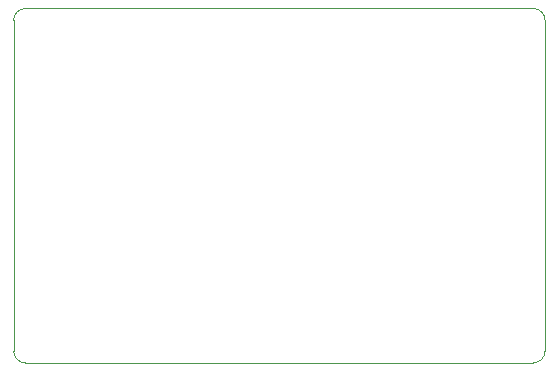
<source format=gbr>
G04 #@! TF.GenerationSoftware,KiCad,Pcbnew,(5.1.4)-1*
G04 #@! TF.CreationDate,2019-10-26T12:02:25-04:00*
G04 #@! TF.ProjectId,solar_NiMH_emulation,736f6c61-725f-44e6-994d-485f656d756c,rev?*
G04 #@! TF.SameCoordinates,Original*
G04 #@! TF.FileFunction,Profile,NP*
%FSLAX46Y46*%
G04 Gerber Fmt 4.6, Leading zero omitted, Abs format (unit mm)*
G04 Created by KiCad (PCBNEW (5.1.4)-1) date 2019-10-26 12:02:25*
%MOMM*%
%LPD*%
G04 APERTURE LIST*
%ADD10C,0.050000*%
G04 APERTURE END LIST*
D10*
X116000000Y-120000000D02*
G75*
G02X115000000Y-119000000I0J1000000D01*
G01*
X160000000Y-119000000D02*
G75*
G02X159000000Y-120000000I-1000000J0D01*
G01*
X159000000Y-90000000D02*
G75*
G02X160000000Y-91000000I0J-1000000D01*
G01*
X115000000Y-91000000D02*
G75*
G02X116000000Y-90000000I1000000J0D01*
G01*
X115000000Y-119000000D02*
X115000000Y-91000000D01*
X159000000Y-120000000D02*
X116000000Y-120000000D01*
X160000000Y-91000000D02*
X160000000Y-119000000D01*
X152500000Y-90000000D02*
X159000000Y-90000000D01*
X116000000Y-90000000D02*
X152500000Y-90000000D01*
M02*

</source>
